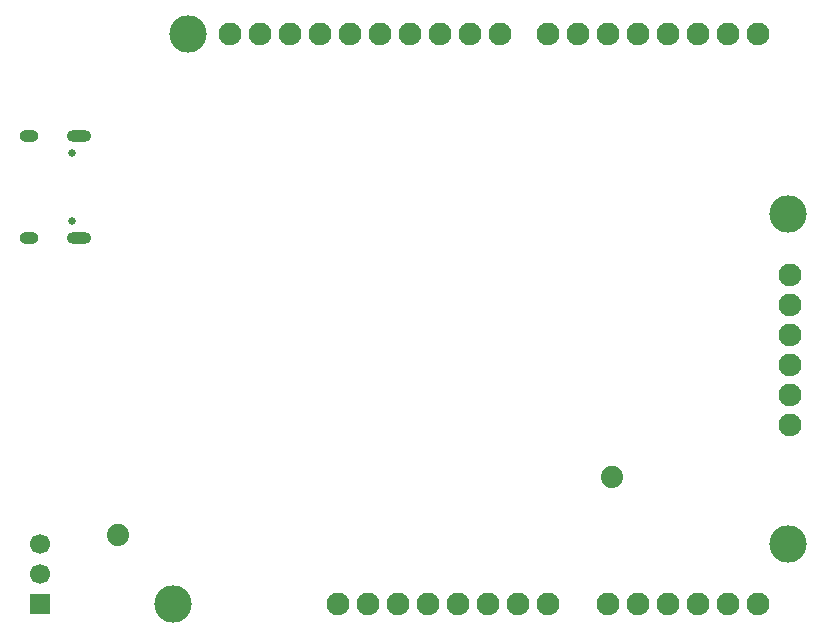
<source format=gbr>
%TF.GenerationSoftware,KiCad,Pcbnew,9.0.6*%
%TF.CreationDate,2026-02-22T20:48:50-08:00*%
%TF.ProjectId,BrainFuino,42726169-6e46-4756-996e-6f2e6b696361,rev?*%
%TF.SameCoordinates,Original*%
%TF.FileFunction,Soldermask,Bot*%
%TF.FilePolarity,Negative*%
%FSLAX46Y46*%
G04 Gerber Fmt 4.6, Leading zero omitted, Abs format (unit mm)*
G04 Created by KiCad (PCBNEW 9.0.6) date 2026-02-22 20:48:50*
%MOMM*%
%LPD*%
G01*
G04 APERTURE LIST*
%ADD10C,0.650000*%
%ADD11O,2.100000X1.000000*%
%ADD12O,1.600000X1.000000*%
%ADD13R,1.700000X1.700000*%
%ADD14C,1.700000*%
%ADD15C,1.879600*%
%ADD16C,3.175000*%
%ADD17C,1.930400*%
G04 APERTURE END LIST*
D10*
%TO.C,J1*%
X119470000Y-90930000D03*
X119470000Y-96710000D03*
D11*
X120000000Y-89500000D03*
D12*
X115820000Y-89500000D03*
D11*
X120000000Y-98140000D03*
D12*
X115820000Y-98140000D03*
%TD*%
D13*
%TO.C,J2*%
X116751100Y-129133600D03*
D14*
X116751100Y-126593600D03*
X116751100Y-124053600D03*
%TD*%
D15*
%TO.C,NRST0*%
X123329700Y-123317000D03*
%TD*%
D16*
%TO.C,B1*%
X128041093Y-129133600D03*
X129311093Y-80873600D03*
X180111093Y-96113600D03*
X180111093Y-124053600D03*
D17*
X149631093Y-129133600D03*
X152171093Y-129133600D03*
X169951093Y-129133600D03*
X164871093Y-129133600D03*
X137947093Y-80873600D03*
X154711093Y-129133600D03*
X157251093Y-129133600D03*
X140487093Y-80873600D03*
X180251099Y-113943612D03*
X155727093Y-80873600D03*
X153187093Y-80873600D03*
X150647093Y-80873600D03*
X148107093Y-80873600D03*
X145567093Y-80873600D03*
X143027093Y-80873600D03*
X135407093Y-80873600D03*
X132867093Y-80873600D03*
X172491093Y-129133600D03*
X175031093Y-129133600D03*
X144551093Y-129133600D03*
X142011093Y-129133600D03*
X167411093Y-129133600D03*
X177571093Y-80873600D03*
X175031093Y-80873600D03*
X172491093Y-80873600D03*
X169951093Y-80873600D03*
X167411093Y-80873600D03*
X164871093Y-80873600D03*
X162331093Y-80873600D03*
X159791093Y-80873600D03*
X177571093Y-129133600D03*
X147091093Y-129133600D03*
X180251099Y-103783613D03*
X180251099Y-108863612D03*
X180251099Y-111403612D03*
X180251099Y-106323612D03*
X180251099Y-101243613D03*
X159791093Y-129133600D03*
%TD*%
D15*
%TO.C,PL3C0*%
X165138100Y-118389400D03*
%TD*%
M02*

</source>
